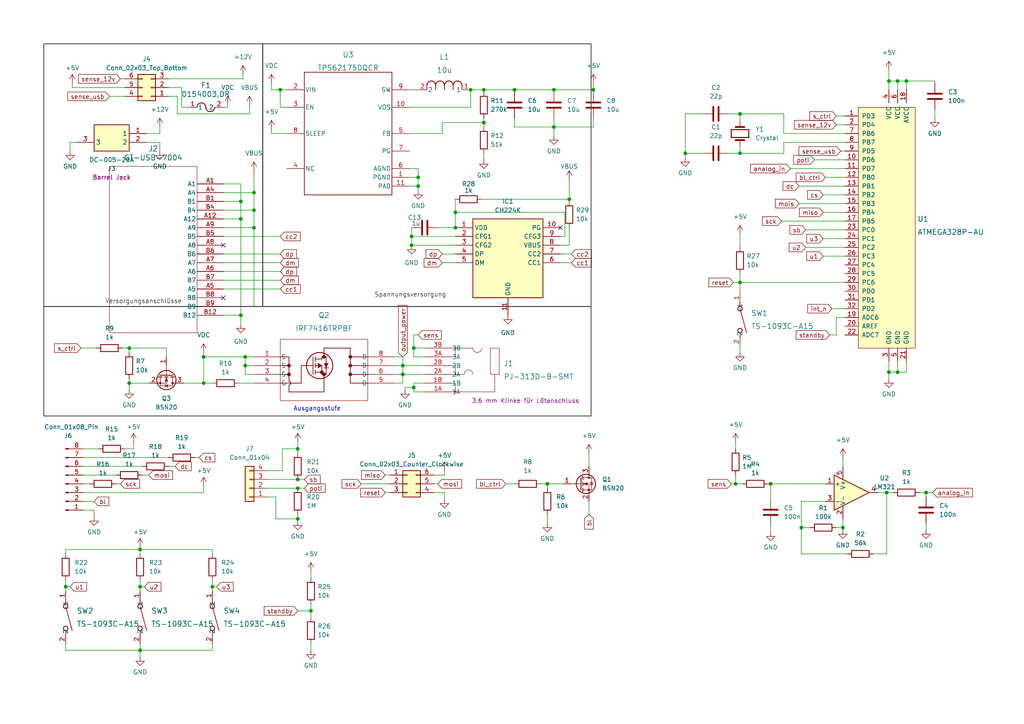
<source format=kicad_sch>
(kicad_sch (version 20230121) (generator eeschema)
  (paper "A4")
  (junction (at 73.66 66.04))
  (junction (at 86.36 150.495))
  (junction (at 86.36 141.605))
  (junction (at 268.605 142.875))
  (junction (at 213.36 140.335))
  (junction (at 132.08 66.04))
  (junction (at 116.84 108.585))
  (junction (at 90.17 177.165))
  (junction (at 160.655 36.83))
  (junction (at 260.35 23.495))
  (junction (at 158.75 140.335))
  (junction (at 71.12 103.505))
  (junction (at 59.055 111.125))
  (junction (at 165.1 57.785))
  (junction (at 61.595 170.18))
  (junction (at 121.285 53.975))
  (junction (at 260.35 107.95))
  (junction (at 119.38 71.12))
  (junction (at 257.81 23.495))
  (junction (at 73.66 55.88))
  (junction (at 71.12 106.045))
  (junction (at 40.64 159.385))
  (junction (at 136.525 26.035))
  (junction (at 119.38 68.58))
  (junction (at 140.335 35.56))
  (junction (at 257.175 142.875))
  (junction (at 19.05 170.18))
  (junction (at 40.64 170.18))
  (junction (at 160.655 26.035))
  (junction (at 262.89 23.495))
  (junction (at 37.465 111.125))
  (junction (at 69.85 58.42))
  (junction (at 59.055 103.505))
  (junction (at 81.28 26.035))
  (junction (at 37.465 100.965))
  (junction (at 40.64 188.595))
  (junction (at 257.81 107.95))
  (junction (at 244.475 153.035))
  (junction (at 140.335 26.035))
  (junction (at 69.85 63.5))
  (junction (at 214.63 81.915))
  (junction (at 120.015 112.395))
  (junction (at 86.36 130.175))
  (junction (at 214.63 44.45))
  (junction (at 198.755 44.45))
  (junction (at 121.285 51.435))
  (junction (at 86.36 139.065))
  (junction (at 172.085 26.035))
  (junction (at 223.52 140.335))
  (junction (at 232.41 153.035))
  (junction (at 69.85 91.44))
  (junction (at 149.225 26.035))
  (junction (at 73.66 60.96))
  (junction (at 120.015 100.965))
  (junction (at 132.08 61.595))
  (junction (at 116.84 106.045))
  (junction (at 214.63 33.02))
  (no_connect (at 64.77 71.12))
  (no_connect (at 64.77 86.36))
  (no_connect (at 162.56 66.04))
  (wire (pts (xy 81.28 26.035) (xy 83.185 26.035)))
  (wire (pts (xy 59.055 103.505) (xy 71.12 103.505)))
  (wire (pts (xy 73.66 60.96) (xy 73.66 66.04)))
  (wire (pts (xy 69.85 58.42) (xy 69.85 53.34)))
  (wire (pts (xy 123.19 111.125) (xy 120.015 111.125)))
  (wire (pts (xy 23.495 100.965) (xy 27.94 100.965)))
  (wire (pts (xy 40.64 186.69) (xy 40.64 188.595)))
  (wire (pts (xy 78.74 26.035) (xy 81.28 26.035)))
  (wire (pts (xy 24.13 137.795) (xy 33.655 137.795)))
  (wire (pts (xy 268.605 142.875) (xy 268.605 144.145)))
  (wire (pts (xy 271.145 23.495) (xy 262.89 23.495)))
  (wire (pts (xy 35.56 100.965) (xy 37.465 100.965)))
  (wire (pts (xy 227.33 33.02) (xy 227.33 38.735)))
  (wire (pts (xy 24.13 140.335) (xy 26.035 140.335)))
  (wire (pts (xy 48.895 22.86) (xy 70.485 22.86)))
  (wire (pts (xy 78.74 38.735) (xy 83.185 38.735)))
  (wire (pts (xy 123.19 103.505) (xy 120.015 103.505)))
  (wire (pts (xy 165.1 52.07) (xy 165.1 57.785)))
  (wire (pts (xy 149.225 26.035) (xy 140.335 26.035)))
  (wire (pts (xy 64.77 63.5) (xy 69.85 63.5)))
  (wire (pts (xy 40.64 168.275) (xy 40.64 170.18)))
  (wire (pts (xy 162.56 68.58) (xy 163.83 68.58)))
  (wire (pts (xy 20.32 43.815) (xy 20.32 41.275)))
  (wire (pts (xy 73.66 106.045) (xy 71.12 106.045)))
  (wire (pts (xy 111.76 137.795) (xy 113.03 137.795)))
  (wire (pts (xy 229.235 48.895) (xy 245.11 48.895)))
  (wire (pts (xy 73.66 66.04) (xy 64.77 66.04)))
  (wire (pts (xy 71.12 103.505) (xy 71.12 106.045)))
  (wire (pts (xy 172.085 26.035) (xy 160.655 26.035)))
  (wire (pts (xy 77.47 141.605) (xy 86.36 141.605)))
  (wire (pts (xy 271.145 24.13) (xy 271.145 23.495)))
  (wire (pts (xy 19.05 170.18) (xy 19.05 171.45)))
  (wire (pts (xy 260.35 23.495) (xy 262.89 23.495)))
  (wire (pts (xy 114.3 108.585) (xy 116.84 108.585)))
  (wire (pts (xy 86.36 139.065) (xy 88.265 139.065)))
  (wire (pts (xy 140.335 26.67) (xy 140.335 26.035)))
  (wire (pts (xy 125.73 142.875) (xy 128.905 142.875)))
  (wire (pts (xy 36.195 130.175) (xy 38.735 130.175)))
  (wire (pts (xy 260.35 104.775) (xy 260.35 107.95)))
  (wire (pts (xy 223.52 140.335) (xy 239.395 140.335)))
  (wire (pts (xy 232.41 153.035) (xy 232.41 160.655)))
  (wire (pts (xy 41.275 137.795) (xy 43.18 137.795)))
  (wire (pts (xy 59.055 103.505) (xy 59.055 111.125)))
  (wire (pts (xy 90.17 177.165) (xy 90.17 179.07)))
  (wire (pts (xy 163.83 61.595) (xy 132.08 61.595)))
  (wire (pts (xy 40.64 170.18) (xy 41.91 170.18)))
  (wire (pts (xy 90.17 175.26) (xy 90.17 177.165)))
  (wire (pts (xy 33.655 140.335) (xy 34.925 140.335)))
  (wire (pts (xy 86.36 128.27) (xy 86.36 130.175)))
  (wire (pts (xy 245.11 92.075) (xy 242.57 92.075)))
  (wire (pts (xy 73.66 55.88) (xy 64.77 55.88)))
  (wire (pts (xy 132.08 71.12) (xy 119.38 71.12)))
  (wire (pts (xy 128.27 38.735) (xy 128.27 35.56)))
  (wire (pts (xy 59.055 102.235) (xy 59.055 103.505)))
  (wire (pts (xy 66.04 31.115) (xy 66.04 30.48)))
  (wire (pts (xy 64.77 60.96) (xy 73.66 60.96)))
  (wire (pts (xy 116.84 108.585) (xy 123.19 108.585)))
  (wire (pts (xy 52.705 31.115) (xy 54.61 31.115)))
  (wire (pts (xy 34.925 22.86) (xy 36.195 22.86)))
  (wire (pts (xy 162.56 76.2) (xy 165.735 76.2)))
  (wire (pts (xy 242.57 153.035) (xy 244.475 153.035)))
  (wire (pts (xy 158.75 140.335) (xy 158.75 141.605)))
  (wire (pts (xy 37.465 111.125) (xy 43.18 111.125)))
  (wire (pts (xy 223.52 152.4) (xy 223.52 154.305)))
  (wire (pts (xy 64.77 31.115) (xy 66.04 31.115)))
  (wire (pts (xy 64.77 73.66) (xy 81.28 73.66)))
  (wire (pts (xy 24.13 147.955) (xy 27.305 147.955)))
  (wire (pts (xy 73.66 66.04) (xy 73.66 88.9)))
  (wire (pts (xy 37.465 100.965) (xy 48.26 100.965)))
  (wire (pts (xy 231.775 53.975) (xy 245.11 53.975)))
  (wire (pts (xy 73.66 88.9) (xy 64.77 88.9)))
  (wire (pts (xy 48.895 25.4) (xy 52.705 25.4)))
  (wire (pts (xy 271.145 31.75) (xy 271.145 34.29)))
  (wire (pts (xy 81.915 136.525) (xy 81.915 130.175)))
  (wire (pts (xy 90.17 165.735) (xy 90.17 167.64)))
  (wire (pts (xy 20.955 25.4) (xy 20.955 24.13)))
  (wire (pts (xy 211.455 33.02) (xy 214.63 33.02)))
  (wire (pts (xy 121.285 51.435) (xy 121.285 53.975)))
  (wire (pts (xy 254.635 142.875) (xy 257.175 142.875)))
  (wire (pts (xy 116.84 103.505) (xy 116.84 106.045)))
  (wire (pts (xy 198.755 33.02) (xy 198.755 44.45)))
  (wire (pts (xy 117.475 113.03) (xy 117.475 112.395)))
  (wire (pts (xy 238.76 61.595) (xy 245.11 61.595)))
  (wire (pts (xy 242.57 92.075) (xy 242.57 97.155)))
  (wire (pts (xy 165.1 71.12) (xy 165.1 66.04)))
  (wire (pts (xy 51.435 33.02) (xy 72.39 33.02)))
  (wire (pts (xy 118.745 26.035) (xy 121.285 26.035)))
  (wire (pts (xy 262.89 104.775) (xy 262.89 107.95)))
  (wire (pts (xy 80.01 144.145) (xy 80.01 150.495)))
  (wire (pts (xy 120.015 100.965) (xy 120.015 97.155)))
  (wire (pts (xy 77.47 144.145) (xy 80.01 144.145)))
  (wire (pts (xy 172.085 26.67) (xy 172.085 26.035)))
  (wire (pts (xy 120.015 113.665) (xy 123.19 113.665)))
  (wire (pts (xy 61.595 186.69) (xy 61.595 188.595)))
  (wire (pts (xy 160.655 36.83) (xy 160.655 39.37)))
  (wire (pts (xy 83.185 31.115) (xy 81.28 31.115)))
  (wire (pts (xy 242.57 33.655) (xy 245.11 33.655)))
  (wire (pts (xy 257.81 107.95) (xy 257.81 109.855)))
  (wire (pts (xy 120.015 100.965) (xy 123.19 100.965)))
  (wire (pts (xy 61.595 188.595) (xy 40.64 188.595)))
  (wire (pts (xy 257.81 104.775) (xy 257.81 107.95)))
  (wire (pts (xy 69.85 91.44) (xy 64.77 91.44)))
  (wire (pts (xy 128.27 73.66) (xy 132.08 73.66)))
  (wire (pts (xy 46.355 38.735) (xy 46.355 36.83)))
  (wire (pts (xy 119.38 66.04) (xy 119.38 68.58)))
  (wire (pts (xy 140.335 35.56) (xy 140.335 36.83)))
  (wire (pts (xy 232.41 145.415) (xy 239.395 145.415)))
  (wire (pts (xy 78.74 24.13) (xy 78.74 26.035)))
  (wire (pts (xy 114.3 103.505) (xy 116.84 103.505)))
  (wire (pts (xy 48.895 135.255) (xy 50.8 135.255)))
  (wire (pts (xy 24.13 130.175) (xy 28.575 130.175)))
  (wire (pts (xy 260.35 23.495) (xy 260.35 26.035)))
  (wire (pts (xy 203.835 33.02) (xy 198.755 33.02)))
  (wire (pts (xy 118.745 48.895) (xy 121.285 48.895)))
  (wire (pts (xy 86.36 130.175) (xy 86.36 131.445)))
  (wire (pts (xy 121.285 48.895) (xy 121.285 51.435)))
  (wire (pts (xy 116.84 111.125) (xy 116.84 108.585)))
  (wire (pts (xy 37.465 111.125) (xy 37.465 113.03)))
  (wire (pts (xy 214.63 44.45) (xy 214.63 42.545)))
  (wire (pts (xy 125.73 140.335) (xy 127 140.335)))
  (wire (pts (xy 125.73 137.795) (xy 128.905 137.795)))
  (wire (pts (xy 268.605 142.875) (xy 270.51 142.875)))
  (wire (pts (xy 149.225 26.67) (xy 149.225 26.035)))
  (wire (pts (xy 117.475 112.395) (xy 120.015 112.395)))
  (wire (pts (xy 149.225 36.83) (xy 160.655 36.83)))
  (wire (pts (xy 227.33 38.735) (xy 245.11 38.735)))
  (wire (pts (xy 140.335 34.29) (xy 140.335 35.56)))
  (wire (pts (xy 20.32 41.275) (xy 22.225 41.275)))
  (wire (pts (xy 19.05 170.18) (xy 20.32 170.18)))
  (wire (pts (xy 73.66 55.88) (xy 73.66 60.96)))
  (wire (pts (xy 244.475 153.035) (xy 244.475 153.67)))
  (wire (pts (xy 116.84 106.045) (xy 116.84 108.585)))
  (wire (pts (xy 61.595 168.275) (xy 61.595 170.18)))
  (wire (pts (xy 140.335 26.035) (xy 136.525 26.035)))
  (wire (pts (xy 86.36 149.225) (xy 86.36 150.495)))
  (wire (pts (xy 116.84 106.045) (xy 123.19 106.045)))
  (wire (pts (xy 46.355 43.815) (xy 46.355 41.275)))
  (wire (pts (xy 232.41 145.415) (xy 232.41 153.035)))
  (wire (pts (xy 222.885 140.335) (xy 223.52 140.335)))
  (wire (pts (xy 162.56 71.12) (xy 165.1 71.12)))
  (wire (pts (xy 238.76 74.295) (xy 245.11 74.295)))
  (wire (pts (xy 146.685 140.335) (xy 149.225 140.335)))
  (wire (pts (xy 81.915 130.175) (xy 86.36 130.175)))
  (wire (pts (xy 42.545 38.735) (xy 46.355 38.735)))
  (wire (pts (xy 232.41 153.035) (xy 234.95 153.035)))
  (wire (pts (xy 40.64 188.595) (xy 40.64 190.5)))
  (wire (pts (xy 19.05 188.595) (xy 40.64 188.595)))
  (wire (pts (xy 118.745 38.735) (xy 128.27 38.735)))
  (wire (pts (xy 24.13 142.875) (xy 59.055 142.875)))
  (wire (pts (xy 172.085 34.29) (xy 172.085 36.83)))
  (wire (pts (xy 241.3 89.535) (xy 245.11 89.535)))
  (wire (pts (xy 114.3 111.125) (xy 116.84 111.125)))
  (wire (pts (xy 160.655 36.83) (xy 172.085 36.83)))
  (wire (pts (xy 31.75 27.94) (xy 36.195 27.94)))
  (wire (pts (xy 212.09 140.335) (xy 213.36 140.335)))
  (wire (pts (xy 127 66.04) (xy 132.08 66.04)))
  (wire (pts (xy 73.66 108.585) (xy 71.12 108.585)))
  (wire (pts (xy 114.3 106.045) (xy 116.84 106.045)))
  (wire (pts (xy 212.725 81.915) (xy 214.63 81.915)))
  (wire (pts (xy 61.595 160.655) (xy 61.595 159.385)))
  (wire (pts (xy 239.395 51.435) (xy 245.11 51.435)))
  (wire (pts (xy 73.66 49.53) (xy 73.66 55.88)))
  (wire (pts (xy 214.63 34.925) (xy 214.63 33.02)))
  (wire (pts (xy 64.77 78.74) (xy 81.28 78.74)))
  (wire (pts (xy 211.455 44.45) (xy 214.63 44.45)))
  (wire (pts (xy 40.64 159.385) (xy 40.64 160.655)))
  (wire (pts (xy 72.39 33.02) (xy 72.39 30.48)))
  (wire (pts (xy 119.38 68.58) (xy 119.38 71.12)))
  (wire (pts (xy 268.605 151.765) (xy 268.605 153.67)))
  (wire (pts (xy 170.815 145.415) (xy 170.815 149.225)))
  (wire (pts (xy 198.755 44.45) (xy 198.755 45.72)))
  (wire (pts (xy 71.12 103.505) (xy 73.66 103.505)))
  (wire (pts (xy 240.665 97.155) (xy 242.57 97.155)))
  (wire (pts (xy 227.33 41.275) (xy 227.33 44.45)))
  (wire (pts (xy 238.76 56.515) (xy 245.11 56.515)))
  (wire (pts (xy 245.11 81.915) (xy 214.63 81.915)))
  (wire (pts (xy 81.28 26.035) (xy 81.28 31.115)))
  (wire (pts (xy 226.695 64.135) (xy 245.11 64.135)))
  (wire (pts (xy 19.05 168.275) (xy 19.05 170.18)))
  (wire (pts (xy 149.225 34.29) (xy 149.225 36.83)))
  (wire (pts (xy 214.63 81.915) (xy 214.63 85.09)))
  (wire (pts (xy 132.08 57.785) (xy 132.08 61.595)))
  (wire (pts (xy 160.655 34.29) (xy 160.655 36.83)))
  (wire (pts (xy 111.76 142.875) (xy 113.03 142.875)))
  (wire (pts (xy 162.56 73.66) (xy 165.735 73.66)))
  (wire (pts (xy 266.7 142.875) (xy 268.605 142.875)))
  (wire (pts (xy 69.85 93.98) (xy 69.85 91.44)))
  (wire (pts (xy 19.05 160.655) (xy 19.05 159.385)))
  (wire (pts (xy 27.305 147.955) (xy 27.305 149.86)))
  (wire (pts (xy 262.89 23.495) (xy 262.89 26.035)))
  (wire (pts (xy 119.38 68.58) (xy 132.08 68.58)))
  (wire (pts (xy 163.83 68.58) (xy 163.83 61.595)))
  (wire (pts (xy 51.435 27.94) (xy 51.435 33.02)))
  (wire (pts (xy 40.64 159.385) (xy 40.64 158.75)))
  (wire (pts (xy 156.845 140.335) (xy 158.75 140.335)))
  (wire (pts (xy 61.595 170.18) (xy 62.865 170.18)))
  (wire (pts (xy 244.475 132.715) (xy 244.475 135.255)))
  (wire (pts (xy 231.775 59.055) (xy 245.11 59.055)))
  (wire (pts (xy 64.77 76.2) (xy 81.28 76.2)))
  (wire (pts (xy 213.36 128.27) (xy 213.36 130.175)))
  (wire (pts (xy 20.955 25.4) (xy 36.195 25.4)))
  (wire (pts (xy 128.905 142.875) (xy 128.905 144.78)))
  (wire (pts (xy 48.895 27.94) (xy 51.435 27.94)))
  (wire (pts (xy 214.63 100.33) (xy 214.63 102.235)))
  (wire (pts (xy 140.335 44.45) (xy 140.335 46.355)))
  (wire (pts (xy 38.735 130.175) (xy 38.735 128.27)))
  (wire (pts (xy 69.85 63.5) (xy 69.85 58.42)))
  (wire (pts (xy 214.63 33.02) (xy 227.33 33.02)))
  (wire (pts (xy 24.13 132.715) (xy 48.895 132.715)))
  (wire (pts (xy 71.12 108.585) (xy 71.12 106.045)))
  (wire (pts (xy 213.36 140.335) (xy 215.265 140.335)))
  (wire (pts (xy 64.77 68.58) (xy 81.28 68.58)))
  (wire (pts (xy 242.57 36.195) (xy 245.11 36.195)))
  (wire (pts (xy 104.775 140.335) (xy 113.03 140.335)))
  (wire (pts (xy 165.1 57.785) (xy 165.1 58.42)))
  (wire (pts (xy 257.81 23.495) (xy 260.35 23.495)))
  (wire (pts (xy 257.175 142.875) (xy 259.08 142.875)))
  (wire (pts (xy 128.905 137.795) (xy 128.905 136.525)))
  (wire (pts (xy 214.63 67.945) (xy 214.63 71.755)))
  (wire (pts (xy 118.745 51.435) (xy 121.285 51.435)))
  (wire (pts (xy 139.7 57.785) (xy 165.1 57.785)))
  (wire (pts (xy 61.595 170.18) (xy 61.595 171.45)))
  (wire (pts (xy 52.705 25.4) (xy 52.705 31.115)))
  (wire (pts (xy 120.015 112.395) (xy 120.015 113.665)))
  (wire (pts (xy 120.015 103.505) (xy 120.015 100.965)))
  (wire (pts (xy 48.26 100.965) (xy 48.26 103.505)))
  (wire (pts (xy 69.215 111.125) (xy 73.66 111.125)))
  (wire (pts (xy 170.815 131.445) (xy 170.815 135.255)))
  (wire (pts (xy 136.525 26.035) (xy 136.525 31.115)))
  (wire (pts (xy 86.36 141.605) (xy 88.265 141.605)))
  (wire (pts (xy 243.84 43.815) (xy 245.11 43.815)))
  (wire (pts (xy 238.76 69.215) (xy 245.11 69.215)))
  (wire (pts (xy 53.34 111.125) (xy 59.055 111.125)))
  (wire (pts (xy 158.75 140.335) (xy 163.195 140.335)))
  (wire (pts (xy 40.64 159.385) (xy 61.595 159.385)))
  (wire (pts (xy 69.85 53.34) (xy 64.77 53.34)))
  (wire (pts (xy 128.27 76.2) (xy 132.08 76.2)))
  (wire (pts (xy 172.085 24.13) (xy 172.085 26.035)))
  (wire (pts (xy 77.47 136.525) (xy 81.915 136.525)))
  (wire (pts (xy 86.36 150.495) (xy 86.36 151.13)))
  (wire (pts (xy 80.01 150.495) (xy 86.36 150.495)))
  (wire (pts (xy 244.475 150.495) (xy 244.475 153.035)))
  (wire (pts (xy 227.33 44.45) (xy 214.63 44.45)))
  (wire (pts (xy 236.22 46.355) (xy 245.11 46.355)))
  (wire (pts (xy 118.745 31.115) (xy 136.525 31.115)))
  (wire (pts (xy 56.515 132.715) (xy 57.785 132.715)))
  (wire (pts (xy 120.015 97.155) (xy 121.285 97.155)))
  (wire (pts (xy 24.13 135.255) (xy 41.275 135.255)))
  (wire (pts (xy 214.63 81.915) (xy 214.63 79.375)))
  (wire (pts (xy 198.755 44.45) (xy 203.835 44.45)))
  (wire (pts (xy 40.64 170.18) (xy 40.64 171.45)))
  (wire (pts (xy 257.175 160.655) (xy 257.175 142.875)))
  (wire (pts (xy 59.055 142.875) (xy 59.055 140.97)))
  (wire (pts (xy 253.365 160.655) (xy 257.175 160.655)))
  (wire (pts (xy 24.13 145.415) (xy 27.305 145.415)))
  (wire (pts (xy 223.52 140.335) (xy 223.52 144.78)))
  (wire (pts (xy 90.17 186.69) (xy 90.17 188.595)))
  (wire (pts (xy 158.75 149.225) (xy 158.75 151.765)))
  (wire (pts (xy 128.27 35.56) (xy 140.335 35.56)))
  (wire (pts (xy 233.68 66.675) (xy 245.11 66.675)))
  (wire (pts (xy 260.35 107.95) (xy 257.81 107.95)))
  (wire (pts (xy 46.355 41.275) (xy 42.545 41.275)))
  (wire (pts (xy 232.41 160.655) (xy 245.745 160.655)))
  (wire (pts (xy 262.89 107.95) (xy 260.35 107.95)))
  (wire (pts (xy 233.68 71.755) (xy 245.11 71.755)))
  (wire (pts (xy 64.77 81.28) (xy 81.28 81.28)))
  (wire (pts (xy 59.055 111.125) (xy 61.595 111.125)))
  (wire (pts (xy 37.465 109.855) (xy 37.465 111.125)))
  (wire (pts (xy 64.77 83.82) (xy 81.28 83.82)))
  (wire (pts (xy 69.85 91.44) (xy 69.85 63.5)))
  (wire (pts (xy 257.81 20.32) (xy 257.81 23.495)))
  (wire (pts (xy 213.36 137.795) (xy 213.36 140.335)))
  (wire (pts (xy 160.655 26.035) (xy 149.225 26.035)))
  (wire (pts (xy 132.08 61.595) (xy 132.08 66.04)))
  (wire (pts (xy 86.36 177.165) (xy 90.17 177.165)))
  (wire (pts (xy 70.485 21.59) (xy 70.485 22.86)))
  (wire (pts (xy 120.015 111.125) (xy 120.015 112.395)))
  (wire (pts (xy 118.745 53.975) (xy 121.285 53.975)))
  (wire (pts (xy 245.11 41.275) (xy 227.33 41.275)))
  (wire (pts (xy 78.74 37.465) (xy 78.74 38.735)))
  (wire (pts (xy 19.05 186.69) (xy 19.05 188.595)))
  (wire (pts (xy 19.05 159.385) (xy 40.64 159.385)))
  (wire (pts (xy 160.655 26.67) (xy 160.655 26.035)))
  (wire (pts (xy 257.81 23.495) (xy 257.81 26.035)))
  (wire (pts (xy 64.77 58.42) (xy 69.85 58.42)))
  (wire (pts (xy 77.47 139.065) (xy 86.36 139.065)))
  (wire (pts (xy 121.285 53.975) (xy 121.285 55.245)))
  (wire (pts (xy 37.465 100.965) (xy 37.465 102.235)))
  (rectangle (start 12.7 12.7) (end 76.2 88.9) (stroke (width 0.25) (color 72 72 72 1)))
  (rectangle (start 76.2 12.7) (end 171.45 88.9) (stroke (width 0.25) (color 72 72 72 1)))
  (rectangle (start 12.7 88.9) (end 171.45 120.65) (stroke (width 0.25) (color 72 72 72 1)))
  (text "Ausgangsstufe" (at 85.09 119.38 0) (effects (font (size 1.27 1.27)) (justify left bottom)))
  (text "Spannungsversorgung" (at 108.585 86.36 0) (effects (font (size 1.27 1.27)) (justify left bottom)))
  (text "Versorgungsanschlüsse" (at 30.48 88.265 0) (effects (font (size 1.27 1.27)) (justify left bottom)))
  (global_label "dp" (shape input) (at 81.28 78.74 0) (property "Intersheetrefs" "${INTERSHEET_REFS}" (effects hide)))
  (global_label "u3" (shape input) (at 62.865 170.18 0) (property "Intersheetrefs" "${INTERSHEET_REFS}" (effects hide)))
  (global_label "sck" (shape input) (at 34.925 140.335 0) (property "Intersheetrefs" "${INTERSHEET_REFS}" (effects hide)))
  (global_label "poti" (shape input) (at 236.22 46.355 180) (property "Intersheetrefs" "${INTERSHEET_REFS}" (effects hide)))
  (global_label "cc1" (shape input) (at 165.735 76.2 0) (property "Intersheetrefs" "${INTERSHEET_REFS}" (effects hide)))
  (global_label "bl_ctrl" (shape input) (at 239.395 51.435 180) (property "Intersheetrefs" "${INTERSHEET_REFS}" (effects hide)))
  (global_label "sens" (shape input) (at 121.285 97.155 0) (property "Intersheetrefs" "${INTERSHEET_REFS}" (effects hide)))
  (global_label "s_ctrl" (shape input) (at 23.495 100.965 180) (property "Intersheetrefs" "${INTERSHEET_REFS}" (effects hide)))
  (global_label "analog_in" (shape input) (at 229.235 48.895 180) (property "Intersheetrefs" "${INTERSHEET_REFS}" (effects hide)))
  (global_label "cs" (shape input) (at 57.785 132.715 0) (property "Intersheetrefs" "${INTERSHEET_REFS}" (effects hide)))
  (global_label "cc2" (shape input) (at 165.735 73.66 0) (property "Intersheetrefs" "${INTERSHEET_REFS}" (effects hide)))
  (global_label "u1" (shape input) (at 20.32 170.18 0) (property "Intersheetrefs" "${INTERSHEET_REFS}" (effects hide)))
  (global_label "reset" (shape input) (at 111.76 142.875 180) (property "Intersheetrefs" "${INTERSHEET_REFS}" (effects hide)))
  (global_label "dp" (shape input) (at 81.28 73.66 0) (property "Intersheetrefs" "${INTERSHEET_REFS}" (effects hide)))
  (global_label "int_n" (shape input) (at 241.3 89.535 180) (property "Intersheetrefs" "${INTERSHEET_REFS}" (effects hide)))
  (global_label "bl" (shape input) (at 27.305 145.415 0) (property "Intersheetrefs" "${INTERSHEET_REFS}" (effects hide)))
  (global_label "mosi" (shape input) (at 43.18 137.795 0) (property "Intersheetrefs" "${INTERSHEET_REFS}" (effects hide)))
  (global_label "miso" (shape input) (at 111.76 137.795 180) (property "Intersheetrefs" "${INTERSHEET_REFS}" (effects hide)))
  (global_label "u1" (shape input) (at 238.76 74.295 180) (property "Intersheetrefs" "${INTERSHEET_REFS}" (effects hide)))
  (global_label "poti" (shape input) (at 88.265 141.605 0) (property "Intersheetrefs" "${INTERSHEET_REFS}" (effects hide)))
  (global_label "dc" (shape input) (at 50.8 135.255 0) (property "Intersheetrefs" "${INTERSHEET_REFS}" (effects hide)))
  (global_label "u2" (shape input) (at 41.91 170.18 0) (property "Intersheetrefs" "${INTERSHEET_REFS}" (effects hide)))
  (global_label "cc2" (shape input) (at 81.28 68.58 0) (property "Intersheetrefs" "${INTERSHEET_REFS}" (effects hide)))
  (global_label "cs" (shape input) (at 238.76 56.515 180) (property "Intersheetrefs" "${INTERSHEET_REFS}" (effects hide)))
  (global_label "sense_12v" (shape input) (at 242.57 36.195 180) (property "Intersheetrefs" "${INTERSHEET_REFS}" (effects hide)))
  (global_label "s_ctrl" (shape input) (at 242.57 33.655 180) (property "Intersheetrefs" "${INTERSHEET_REFS}" (effects hide)))
  (global_label "sb" (shape input) (at 88.265 139.065 0) (property "Intersheetrefs" "${INTERSHEET_REFS}" (effects hide)))
  (global_label "dp" (shape input) (at 128.27 73.66 180) (property "Intersheetrefs" "${INTERSHEET_REFS}" (effects hide)))
  (global_label "dm" (shape input) (at 81.28 76.2 0) (property "Intersheetrefs" "${INTERSHEET_REFS}" (effects hide)))
  (global_label "sense_12v" (shape input) (at 34.925 22.86 180) (property "Intersheetrefs" "${INTERSHEET_REFS}" (effects hide)))
  (global_label "mois" (shape input) (at 231.775 59.055 180) (property "Intersheetrefs" "${INTERSHEET_REFS}" (effects hide)))
  (global_label "analog_in" (shape input) (at 270.51 142.875 0) (property "Intersheetrefs" "${INTERSHEET_REFS}" (effects hide)))
  (global_label "dc" (shape input) (at 231.775 53.975 180) (property "Intersheetrefs" "${INTERSHEET_REFS}" (effects hide)))
  (global_label "mosi" (shape input) (at 127 140.335 0) (property "Intersheetrefs" "${INTERSHEET_REFS}" (effects hide)))
  (global_label "sck" (shape input) (at 104.775 140.335 180) (property "Intersheetrefs" "${INTERSHEET_REFS}" (effects hide)))
  (global_label "standby" (shape input) (at 86.36 177.165 180) (property "Intersheetrefs" "${INTERSHEET_REFS}" (effects hide)))
  (global_label "cc1" (shape input) (at 81.28 83.82 0) (property "Intersheetrefs" "${INTERSHEET_REFS}" (effects hide)))
  (global_label "u2" (shape input) (at 233.68 71.755 180) (property "Intersheetrefs" "${INTERSHEET_REFS}" (effects hide)))
  (global_label "sense_usb" (shape input) (at 31.75 27.94 180) (property "Intersheetrefs" "${INTERSHEET_REFS}" (effects hide)))
  (global_label "dm" (shape input) (at 81.28 81.28 0) (property "Intersheetrefs" "${INTERSHEET_REFS}" (effects hide)))
  (global_label "bl" (shape input) (at 170.815 149.225 270) (property "Intersheetrefs" "${INTERSHEET_REFS}" (effects hide)))
  (global_label "miso" (shape input) (at 238.76 61.595 180) (property "Intersheetrefs" "${INTERSHEET_REFS}" (effects hide)))
  (global_label "reset" (shape input) (at 212.725 81.915 180) (property "Intersheetrefs" "${INTERSHEET_REFS}" (effects hide)))
  (global_label "dm" (shape input) (at 128.27 76.2 180) (property "Intersheetrefs" "${INTERSHEET_REFS}" (effects hide)))
  (global_label "sb" (shape input) (at 233.68 66.675 180) (property "Intersheetrefs" "${INTERSHEET_REFS}" (effects hide)))
  (global_label "u3" (shape input) (at 238.76 69.215 180) (property "Intersheetrefs" "${INTERSHEET_REFS}" (effects hide)))
  (global_label "sck" (shape input) (at 226.695 64.135 180) (property "Intersheetrefs" "${INTERSHEET_REFS}" (effects hide)))
  (global_label "standby" (shape input) (at 240.665 97.155 180) (property "Intersheetrefs" "${INTERSHEET_REFS}" (effects hide)))
  (global_label "bl_ctrl" (shape input) (at 146.685 140.335 180) (property "Intersheetrefs" "${INTERSHEET_REFS}" (effects hide)))
  (global_label "output_power" (shape input) (at 116.84 103.505 90) (property "Intersheetrefs" "${INTERSHEET_REFS}" (effects hide)))
  (global_label "sense_usb" (shape input) (at 243.84 43.815 180) (property "Intersheetrefs" "${INTERSHEET_REFS}" (effects hide)))
  (global_label "sens" (shape input) (at 212.09 140.335 180) (property "Intersheetrefs" "${INTERSHEET_REFS}" (effects hide)))
  (symbol (lib_id "power:GND") (at 40.64 190.5 0) (unit 1)
    (property "Reference" "#PWR051" (effects hide))
    (property "Value" "GND" (at 40.64 194.945 0))
  )
  (symbol (lib_id "NLCV32T-100K-EF:NLCV32T-100K-EF") (at 121.285 26.035 0) (unit 1)
    (property "Reference" "L1" (at 128.905 16.51 0) (effects (font (size 1.524 1.524))))
    (property "Value" "10u" (at 128.905 20.32 0) (effects (font (size 1.524 1.524))))
    (property "Footprint" "IND_NLCV32T_TDK" (effects hide))
    (property "Datasheet" "NLCV32T-100K-EF" (effects hide))
  )
  (symbol (lib_id "Connector_Generic:Conn_01x04") (at 72.39 141.605 180) (unit 1)
    (property "Reference" "J7" (at 72.39 130.175 0))
    (property "Value" "Conn_01x04" (at 72.39 132.715 0))
    (property "Footprint" "Connector:FanPinHeader_1x04_P2.54mm_Vertical" (effects hide))
  )
  (symbol (lib_id "power:GND") (at 37.465 113.03 0) (unit 1)
    (property "Reference" "#PWR08" (effects hide))
    (property "Value" "GND" (at 37.465 117.475 0))
  )
  (symbol (lib_id "power:+5V") (at 78.74 37.465 0) (unit 1)
    (property "Reference" "#PWR031" (effects hide))
    (property "Value" "+5V" (at 78.74 32.385 0))
  )
  (symbol (lib_id "Device:R") (at 158.75 145.415 180) (unit 1)
    (property "Reference" "R6" (at 161.29 144.145 0) (effects (justify right)))
    (property "Value" "10k" (at 161.29 146.685 0) (effects (justify right)))
    (property "Footprint" "Resistor_SMD:R_1206_3216Metric_Pad1.30x1.75mm_HandSolder" (effects hide))
  )
  (symbol (lib_id "Device:R") (at 31.75 100.965 270) (unit 1)
    (property "Reference" "R9" (at 31.75 95.25 90))
    (property "Value" "1k" (at 31.75 97.79 90))
    (property "Footprint" "Resistor_SMD:R_1206_3216Metric_Pad1.30x1.75mm_HandSolder" (effects hide))
  )
  (symbol (lib_id "Device:R") (at 32.385 130.175 270) (unit 1)
    (property "Reference" "R15" (at 32.385 124.46 90))
    (property "Value" "1k" (at 32.385 127 90))
    (property "Footprint" "Resistor_SMD:R_1206_3216Metric_Pad1.30x1.75mm_HandSolder" (effects hide))
  )
  (symbol (lib_id "Device:R") (at 19.05 164.465 0) (unit 1)
    (property "Reference" "R22" (at 21.59 163.195 0) (effects (justify left)))
    (property "Value" "10k" (at 21.59 165.735 0) (effects (justify left)))
    (property "Footprint" "Resistor_SMD:R_1206_3216Metric_Pad1.30x1.75mm_HandSolder" (effects hide))
  )
  (symbol (lib_id "power:+5V") (at 38.735 128.27 0) (unit 1)
    (property "Reference" "#PWR046" (effects hide))
    (property "Value" "+5V" (at 38.735 123.825 0))
  )
  (symbol (lib_id "power:GND") (at 160.655 39.37 0) (unit 1)
    (property "Reference" "#PWR028" (effects hide))
    (property "Value" "GND" (at 160.655 43.815 0))
  )
  (symbol (lib_id "Device:R") (at 165.1 62.23 0) (unit 1)
    (property "Reference" "R29" (at 167.005 60.96 0) (effects (justify left)))
    (property "Value" "10k" (at 167.005 63.5 0) (effects (justify left)))
    (property "Footprint" "Resistor_SMD:R_1206_3216Metric_Pad1.30x1.75mm_HandSolder" (effects hide))
  )
  (symbol (lib_id "Connector_Generic:Conn_02x03_Counter_Clockwise") (at 118.11 140.335 0) (unit 1)
    (property "Reference" "J5" (at 119.38 132.08 0))
    (property "Value" "Conn_02x03_Counter_Clockwise" (at 119.38 134.62 0))
    (property "Footprint" "Connector_IDC:IDC-Header_2x03_P2.54mm_Vertical" (effects hide))
  )
  (symbol (lib_id "Device:R") (at 153.035 140.335 90) (unit 1)
    (property "Reference" "R8" (at 153.035 133.985 90))
    (property "Value" "1k" (at 153.035 136.525 90))
    (property "Footprint" "Resistor_SMD:R_1206_3216Metric_Pad1.30x1.75mm_HandSolder" (effects hide))
  )
  (symbol (lib_id "Device:C") (at 271.145 27.94 180) (unit 1)
    (property "Reference" "C3" (at 274.955 26.67 0) (effects (justify right)))
    (property "Value" "100n" (at 274.955 29.21 0) (effects (justify right)))
    (property "Footprint" "Resistor_SMD:R_1206_3216Metric_Pad1.30x1.75mm_HandSolder" (effects hide))
  )
  (symbol (lib_id "power:GND") (at 90.17 188.595 0) (unit 1)
    (property "Reference" "#PWR053" (effects hide))
    (property "Value" "GND" (at 90.17 193.04 0))
  )
  (symbol (lib_id "power:GND") (at 20.32 43.815 0) (unit 1)
    (property "Reference" "#PWR022" (effects hide))
    (property "Value" "GND" (at 20.32 48.26 0))
  )
  (symbol (lib_id "ul_TS-1093C-A15:TS-1093C-A15") (at 40.64 171.45 270) (unit 1)
    (property "Reference" "SW3" (at 43.815 177.165 90) (effects (font (size 1.524 1.524)) (justify left)))
    (property "Value" "TS-1093C-A15" (at 43.815 180.975 90) (effects (font (size 1.524 1.524)) (justify left)))
    (property "Footprint" "SW_TS-1093C-A15_YDI" (effects hide))
    (property "Datasheet" "TS-1093C-A15" (effects hide))
  )
  (symbol (lib_id "power:GND") (at 147.32 91.44 0) (unit 1)
    (property "Reference" "#PWR039" (effects hide))
    (property "Value" "GND" (at 147.32 96.52 0))
  )
  (symbol (lib_id "power:GND") (at 140.335 46.355 0) (unit 1)
    (property "Reference" "#PWR026" (effects hide))
    (property "Value" "GND" (at 140.335 50.8 0))
  )
  (symbol (lib_id "power:+5V") (at 90.17 165.735 0) (unit 1)
    (property "Reference" "#PWR054" (effects hide))
    (property "Value" "+5V" (at 90.17 160.655 0))
  )
  (symbol (lib_id "Device:R") (at 86.36 135.255 0) (unit 1)
    (property "Reference" "R21" (at 88.9 133.985 0) (effects (justify left)))
    (property "Value" "10k" (at 88.9 136.525 0) (effects (justify left)))
    (property "Footprint" "Resistor_SMD:R_1206_3216Metric_Pad1.30x1.75mm_HandSolder" (effects hide))
  )
  (symbol (lib_id "Device:R") (at 65.405 111.125 270) (unit 1)
    (property "Reference" "R10" (at 65.405 105.41 90))
    (property "Value" "1k" (at 65.405 107.95 90))
    (property "Footprint" "Resistor_SMD:R_1206_3216Metric_Pad1.30x1.75mm_HandSolder" (effects hide))
  )
  (symbol (lib_id "Device:C") (at 268.605 147.955 180) (unit 1)
    (property "Reference" "C4" (at 272.415 146.685 0) (effects (justify right)))
    (property "Value" "100n" (at 272.415 149.225 0) (effects (justify right)))
    (property "Footprint" "Resistor_SMD:R_1206_3216Metric_Pad1.30x1.75mm_HandSolder" (effects hide))
  )
  (symbol (lib_id "Device:R") (at 140.335 40.64 0) (unit 1)
    (property "Reference" "R12" (at 142.24 39.37 0) (effects (justify left)))
    (property "Value" "51k" (at 142.24 41.91 0) (effects (justify left)))
    (property "Footprint" "Resistor_SMD:R_1206_3216Metric_Pad1.30x1.75mm_HandSolder" (effects hide))
  )
  (symbol (lib_id "Device:C") (at 223.52 148.59 180) (unit 1)
    (property "Reference" "C5" (at 227.33 147.32 0) (effects (justify right)))
    (property "Value" "100n" (at 227.33 149.86 0) (effects (justify right)))
    (property "Footprint" "Resistor_SMD:R_1206_3216Metric_Pad1.30x1.75mm_HandSolder" (effects hide))
  )
  (symbol (lib_id "Transistor_FET:BSN20") (at 168.275 140.335 0) (unit 1)
    (property "Reference" "Q1" (at 174.625 139.065 0) (effects (justify left)))
    (property "Value" "BSN20" (at 174.625 141.605 0) (effects (justify left)))
    (property "Footprint" "Package_TO_SOT_SMD:SOT-23" (effects hide))
    (property "Datasheet" "http://www.diodes.com/assets/Datasheets/ds31898.pdf" (effects hide))
  )
  (symbol (lib_id "ul_TS-1093C-A15:TS-1093C-A15") (at 214.63 85.09 270) (unit 1)
    (property "Reference" "SW1" (at 217.805 90.805 90) (effects (font (size 1.524 1.524)) (justify left)))
    (property "Value" "TS-1093C-A15" (at 217.805 94.615 90) (effects (font (size 1.524 1.524)) (justify left)))
    (property "Footprint" "SW_TS-1093C-A15_YDI" (effects hide))
    (property "Datasheet" "TS-1093C-A15" (effects hide))
  )
  (symbol (lib_id "power:GND") (at 46.355 43.815 0) (unit 1)
    (property "Reference" "#PWR021" (effects hide))
    (property "Value" "GND" (at 46.355 48.26 0))
  )
  (symbol (lib_id "power:GND") (at 119.38 71.12 0) (unit 1)
    (property "Reference" "#PWR033" (effects hide))
    (property "Value" "GND" (at 119.38 76.2 0))
  )
  (symbol (lib_id "power:GND") (at 257.81 109.855 0) (unit 1)
    (property "Reference" "#PWR02" (effects hide))
    (property "Value" "GND" (at 257.81 114.3 0))
  )
  (symbol (lib_id "Device:R") (at 135.89 57.785 90) (unit 1)
    (property "Reference" "R28" (at 135.89 53.34 90))
    (property "Value" "1k" (at 135.89 55.245 90))
    (property "Footprint" "Resistor_SMD:R_1206_3216Metric_Pad1.30x1.75mm_HandSolder" (effects hide))
  )
  (symbol (lib_id "power:GND") (at 214.63 102.235 0) (unit 1)
    (property "Reference" "#PWR04" (effects hide))
    (property "Value" "GND" (at 214.63 106.68 0))
  )
  (symbol (lib_id "power:VBUS") (at 165.1 52.07 0) (unit 1)
    (property "Reference" "#PWR036" (effects hide))
    (property "Value" "VBUS" (at 165.1 48.26 0))
  )
  (symbol (lib_id "power:+5V") (at 40.64 158.75 0) (unit 1)
    (property "Reference" "#PWR052" (effects hide))
    (property "Value" "+5V" (at 40.64 154.305 0))
  )
  (symbol (lib_id "power:GND") (at 121.285 55.245 0) (unit 1)
    (property "Reference" "#PWR030" (effects hide))
    (property "Value" "GND" (at 121.285 59.69 0))
  )
  (symbol (lib_id "power:+12V") (at 46.355 36.83 0) (unit 1)
    (property "Reference" "#PWR020" (effects hide))
    (property "Value" "+12V" (at 46.355 31.75 0))
  )
  (symbol (lib_id "power:GND") (at 69.85 93.98 0) (unit 1)
    (property "Reference" "#PWR017" (effects hide))
    (property "Value" "GND" (at 69.85 99.06 0))
  )
  (symbol (lib_id "Device:R") (at 45.085 135.255 270) (unit 1)
    (property "Reference" "R18" (at 45.085 129.54 90))
    (property "Value" "1k" (at 45.085 132.08 90))
    (property "Footprint" "Resistor_SMD:R_1206_3216Metric_Pad1.30x1.75mm_HandSolder" (effects hide))
  )
  (symbol (lib_id "Device:R") (at 90.17 182.88 0) (unit 1)
    (property "Reference" "R26" (at 92.075 181.61 0) (effects (justify left)))
    (property "Value" "10k" (at 92.075 184.15 0) (effects (justify left)))
    (property "Footprint" "Resistor_SMD:R_1206_3216Metric_Pad1.30x1.75mm_HandSolder" (effects hide))
  )
  (symbol (lib_id "PJ-313D-B-SMT:PJ-313D-B-SMT") (at 123.19 113.665 180) (unit 1)
    (property "Reference" "J1" (at 146.05 105.41 0) (effects (font (size 1.524 1.524)) (justify right)))
    (property "Value" "PJ-313D-B-SMT" (at 146.05 109.22 0) (effects (font (size 1.524 1.524)) (justify right)))
    (property "Footprint" "PJ-313D-B-SMT_XKB" (effects hide))
    (property "Datasheet" "PJ-313D-B-SMT" (effects hide))
    (property "Note" "3,6 mm Klinke für Lötanschluss" (at 152.4 116.205 0))
  )
  (symbol (lib_id "power:+5V") (at 172.085 24.13 0) (unit 1)
    (property "Reference" "#PWR029" (effects hide))
    (property "Value" "+5V" (at 172.085 19.05 0))
  )
  (symbol (lib_id "Device:R") (at 140.335 30.48 0) (unit 1)
    (property "Reference" "R11" (at 142.24 29.21 0) (effects (justify left)))
    (property "Value" "270k" (at 142.24 31.75 0) (effects (justify left)))
    (property "Footprint" "Resistor_SMD:R_1206_3216Metric_Pad1.30x1.75mm_HandSolder" (effects hide))
  )
  (symbol (lib_id "power:+5V") (at 86.36 128.27 0) (unit 1)
    (property "Reference" "#PWR048" (effects hide))
    (property "Value" "+5V" (at 86.36 123.825 0))
  )
  (symbol (lib_id "Connector_Generic:Conn_02x03_Top_Bottom") (at 43.815 25.4 180) (unit 1)
    (property "Reference" "J4" (at 42.545 17.145 0))
    (property "Value" "Conn_02x03_Top_Bottom" (at 42.545 19.685 0))
    (property "Footprint" "Connector_IDC:IDC-Header_2x03_P2.54mm_Vertical" (effects hide))
  )
  (symbol (lib_id "power:GND") (at 86.36 151.13 0) (unit 1)
    (property "Reference" "#PWR047" (effects hide))
    (property "Value" "GND" (at 86.36 155.575 0))
  )
  (symbol (lib_id "Device:R") (at 86.36 145.415 0) (unit 1)
    (property "Reference" "R20" (at 88.9 144.145 0) (effects (justify left)))
    (property "Value" "1M" (at 88.9 146.685 0) (effects (justify left)))
    (property "Footprint" "Resistor_SMD:R_1206_3216Metric_Pad1.30x1.75mm_HandSolder" (effects hide))
  )
  (symbol (lib_id "ul_TS-1093C-A15:TS-1093C-A15") (at 61.595 171.45 270) (unit 1)
    (property "Reference" "SW4" (at 64.77 177.165 90) (effects (font (size 1.524 1.524)) (justify left)))
    (property "Value" "TS-1093C-A15" (at 64.77 180.975 90) (effects (font (size 1.524 1.524)) (justify left)))
    (property "Footprint" "SW_TS-1093C-A15_YDI" (effects hide))
    (property "Datasheet" "TS-1093C-A15" (effects hide))
  )
  (symbol (lib_id "power:GND") (at 128.905 144.78 0) (unit 1)
    (property "Reference" "#PWR050" (effects hide))
    (property "Value" "GND" (at 128.905 149.225 0))
  )
  (symbol (lib_id "Device:C") (at 207.645 33.02 90) (unit 1)
    (property "Reference" "C2" (at 207.645 25.4 90))
    (property "Value" "22p" (at 207.645 27.94 90))
    (property "Footprint" "Resistor_SMD:R_1206_3216Metric_Pad1.30x1.75mm_HandSolder" (effects hide))
  )
  (symbol (lib_id "DC-005-20A:DC-005-20A") (at 22.225 41.275 0) (mirror x) (unit 1)
    (property "Reference" "J3" (at 32.385 48.895 0))
    (property "Value" "DC-005-20A" (at 32.385 46.355 0))
    (property "Footprint" "DC00520A" (effects hide))
    (property "Datasheet" "https://datasheet.lcsc.com/szlcsc/Korean-Hroparts-Elec-DC-005-20A_C130239.pdf" (effects hide))
    (property "Height" "11" (effects hide))
    (property "Manufacturer_Name" "Korean Hroparts Elec" (effects hide))
    (property "Manufacturer_Part_Number" "DC-005-20A" (effects hide))
    (property "Note" "Barrel Jack" (at 32.385 51.435 0))
  )
  (symbol (lib_id "power:GND") (at 271.145 34.29 0) (unit 1)
    (property "Reference" "#PWR011" (effects hide))
    (property "Value" "GND" (at 271.145 38.735 0))
  )
  (symbol (lib_id "power:GND") (at 158.75 151.765 0) (unit 1)
    (property "Reference" "#PWR06" (effects hide))
    (property "Value" "GND" (at 158.75 156.21 0))
  )
  (symbol (lib_id "Device:C") (at 149.225 30.48 180) (unit 1)
    (property "Reference" "C6" (at 153.035 29.21 0) (effects (justify right)))
    (property "Value" "10u" (at 153.035 31.75 0) (effects (justify right)))
    (property "Footprint" "Resistor_SMD:R_1206_3216Metric_Pad1.30x1.75mm_HandSolder" (effects hide))
  )
  (symbol (lib_id "SamacSys_Parts:CH224K") (at 132.08 66.04 0) (unit 1)
    (property "Reference" "IC1" (at 147.32 58.42 0))
    (property "Value" "CH224K" (at 147.32 60.96 0))
    (property "Footprint" "SOP100P600X180-11N" (effects hide))
    (property "Datasheet" "https://datasheet.lcsc.com/lcsc/2204251615_WCH-Jiangsu-Qin-Heng-CH224K_C970725.pdf" (effects hide))
    (property "Height" "1.8" (effects hide))
    (property "Manufacturer_Name" "WCH" (effects hide))
    (property "Manufacturer_Part_Number" "CH224K" (effects hide))
  )
  (symbol (lib_id "power:GND") (at 268.605 153.67 0) (unit 1)
    (property "Reference" "#PWR014" (effects hide))
    (property "Value" "GND" (at 268.605 158.115 0))
  )
  (symbol (lib_id "ul_IRF7416TRPBF:IRF7416TRPBF") (at 73.66 103.505 0) (unit 1)
    (property "Reference" "Q2" (at 93.98 91.44 0) (effects (font (size 1.524 1.524))))
    (property "Value" "IRF7416TRPBF" (at 93.98 95.25 0) (effects (font (size 1.524 1.524))))
    (property "Footprint" "SO-8_IRF741_INF" (effects hide))
    (property "Datasheet" "IRF7416TRPBF" (effects hide))
  )
  (symbol (lib_id "power:+5V") (at 213.36 128.27 0) (unit 1)
    (property "Reference" "#PWR016" (effects hide))
    (property "Value" "+5V" (at 213.36 123.19 0))
  )
  (symbol (lib_id "power:GND") (at 244.475 153.67 0) (unit 1)
    (property "Reference" "#PWR012" (effects hide))
    (property "Value" "GND" (at 244.475 158.115 0))
  )
  (symbol (lib_id "power:+5V") (at 59.055 140.97 0) (unit 1)
    (property "Reference" "#PWR045" (effects hide))
    (property "Value" "+5V" (at 59.055 136.525 0))
  )
  (symbol (lib_id "Device:R") (at 37.465 137.795 270) (unit 1)
    (property "Reference" "R17" (at 37.465 132.08 90))
    (property "Value" "1k" (at 37.465 134.62 90))
    (property "Footprint" "Resistor_SMD:R_1206_3216Metric_Pad1.30x1.75mm_HandSolder" (effects hide))
  )
  (symbol (lib_id "Device:Crystal") (at 214.63 38.735 270) (unit 1)
    (property "Reference" "Y1" (at 219.075 37.465 90) (effects (justify left)))
    (property "Value" "Crystal" (at 219.075 40.005 90) (effects (justify left)))
    (property "Footprint" "Crystal:Crystal_HC49-U_Vertical" (effects hide))
  )
  (symbol (lib_id "Device:C") (at 160.655 30.48 180) (unit 1)
    (property "Reference" "C7" (at 164.465 29.21 0) (effects (justify right)))
    (property "Value" "10u" (at 164.465 31.75 0) (effects (justify right)))
    (property "Footprint" "Resistor_SMD:R_1206_3216Metric_Pad1.30x1.75mm_HandSolder" (effects hide))
  )
  (symbol (lib_id "Device:R") (at 29.845 140.335 270) (unit 1)
    (property "Reference" "R16" (at 29.845 134.62 90))
    (property "Value" "1k" (at 29.845 137.16 90))
    (property "Footprint" "Resistor_SMD:R_1206_3216Metric_Pad1.30x1.75mm_HandSolder" (effects hide))
  )
  (symbol (lib_id "power:+5V") (at 257.81 20.32 0) (unit 1)
    (property "Reference" "#PWR01" (effects hide))
    (property "Value" "+5V" (at 257.81 15.24 0))
  )
  (symbol (lib_id "Device:R") (at 61.595 164.465 0) (unit 1)
    (property "Reference" "R24" (at 64.135 163.195 0) (effects (justify left)))
    (property "Value" "10k" (at 64.135 165.735 0) (effects (justify left)))
    (property "Footprint" "Resistor_SMD:R_1206_3216Metric_Pad1.30x1.75mm_HandSolder" (effects hide))
  )
  (symbol (lib_id "power:VDC") (at 59.055 102.235 0) (unit 1)
    (property "Reference" "#PWR09" (effects hide))
    (property "Value" "VDC" (at 59.055 97.155 0))
  )
  (symbol (lib_id "power:VDC") (at 66.04 30.48 0) (unit 1)
    (property "Reference" "#PWR025" (effects hide))
    (property "Value" "VDC" (at 66.04 25.4 0))
  )
  (symbol (lib_id "Device:R") (at 262.89 142.875 270) (unit 1)
    (property "Reference" "R3" (at 262.89 137.16 90))
    (property "Value" "1k" (at 262.89 139.7 90))
    (property "Footprint" "Resistor_SMD:R_1206_3216Metric_Pad1.30x1.75mm_HandSolder" (effects hide))
  )
  (symbol (lib_id "Transistor_FET:BSN20") (at 48.26 108.585 270) (unit 1)
    (property "Reference" "Q3" (at 48.26 115.57 90))
    (property "Value" "BSN20" (at 48.26 118.11 90))
    (property "Footprint" "Package_TO_SOT_SMD:SOT-23" (effects hide))
    (property "Datasheet" "http://www.diodes.com/assets/Datasheets/ds31898.pdf" (effects hide))
  )
  (symbol (lib_id "power:+5V") (at 170.815 131.445 0) (unit 1)
    (property "Reference" "#PWR05" (effects hide))
    (property "Value" "+5V" (at 170.815 126.365 0))
  )
  (symbol (lib_id "dk_Embedded-Microcontrollers:ATMEGA328P-AU") (at 257.81 66.675 0) (unit 1)
    (property "Reference" "U1" (at 266.065 63.5 0) (effects (font (size 1.524 1.524)) (justify left)))
    (property "Value" "ATMEGA328P-AU" (at 266.065 67.31 0) (effects (font (size 1.524 1.524)) (justify left)))
    (property "Footprint" "digikey-footprints:TQFP-32_7x7mm" (effects hide))
    (property "Datasheet" "http://www.microchip.com/mymicrochip/filehandler.aspx?ddocname=en608326" (effects hide))
    (property "Digi-Key_PN" "ATMEGA328P-AU-ND" (effects hide))
    (property "MPN" "ATMEGA328P-AU" (effects hide))
    (property "Category" "Integrated Circuits (ICs)" (effects hide))
    (property "Family" "Embedded - Microcontrollers" (effects hide))
    (property "DK_Datasheet_Link" "http://www.microchip.com/mymicrochip/filehandler.aspx?ddocname=en608326" (effects hide))
    (property "DK_Detail_Page" "/product-detail/en/microchip-technology/ATMEGA328P-AU/ATMEGA328P-AU-ND/1832260" (effects hide))
    (property "Description" "IC MCU 8BIT 32KB FLASH 32TQFP" (effects hide))
    (property "Manufacturer" "Microchip Technology" (effects hide))
    (property "Status" "Active" (effects hide))
  )
  (symbol (lib_id "Device:R") (at 52.705 132.715 270) (unit 1)
    (property "Reference" "R19" (at 52.705 127 90))
    (property "Value" "1k" (at 52.705 129.54 90))
    (property "Footprint" "Resistor_SMD:R_1206_3216Metric_Pad1.30x1.75mm_HandSolder" (effects hide))
  )
  (symbol (lib_id "Device:R") (at 90.17 171.45 0) (unit 1)
    (property "Reference" "R25" (at 92.075 170.18 0) (effects (justify left)))
    (property "Value" "10k" (at 92.075 172.72 0) (effects (justify left)))
    (property "Footprint" "Resistor_SMD:R_1206_3216Metric_Pad1.30x1.75mm_HandSolder" (effects hide))
  )
  (symbol (lib_id "power:VBUS") (at 72.39 30.48 0) (unit 1)
    (property "Reference" "#PWR024" (effects hide))
    (property "Value" "VBUS" (at 72.39 25.4 0))
  )
  (symbol (lib_id "power:VDC") (at 78.74 24.13 0) (unit 1)
    (property "Reference" "#PWR032" (effects hide))
    (property "Value" "VDC" (at 78.74 19.05 0))
  )
  (symbol (lib_id "power:GND") (at 198.755 45.72 0) (unit 1)
    (property "Reference" "#PWR07" (effects hide))
    (property "Value" "GND" (at 198.755 50.165 0))
  )
  (symbol (lib_id "Device:R") (at 214.63 75.565 0) (unit 1)
    (property "Reference" "R27" (at 216.535 74.295 0) (effects (justify left)))
    (property "Value" "10k" (at 216.535 76.835 0) (effects (justify left)))
    (property "Footprint" "Resistor_SMD:R_1206_3216Metric_Pad1.30x1.75mm_HandSolder" (effects hide))
  )
  (symbol (lib_id "Device:R") (at 40.64 164.465 0) (unit 1)
    (property "Reference" "R23" (at 43.18 163.195 0) (effects (justify left)))
    (property "Value" "10k" (at 43.18 165.735 0) (effects (justify left)))
    (property "Footprint" "Resistor_SMD:R_1206_3216Metric_Pad1.30x1.75mm_HandSolder" (effects hide))
  )
  (symbol (lib_id "Device:R") (at 219.075 140.335 270) (unit 1)
    (property "Reference" "R4" (at 219.075 134.62 90))
    (property "Value" "1k" (at 219.075 137.16 90))
    (property "Footprint" "Resistor_SMD:R_1206_3216Metric_Pad1.30x1.75mm_HandSolder" (effects hide))
  )
  (symbol (lib_id "ul_TS-1093C-A15:TS-1093C-A15") (at 19.05 171.45 270) (unit 1)
    (property "Reference" "SW2" (at 22.225 177.165 90) (effects (font (size 1.524 1.524)) (justify left)))
    (property "Value" "TS-1093C-A15" (at 22.225 180.975 90) (effects (font (size 1.524 1.524)) (justify left)))
    (property "Footprint" "SW_TS-1093C-A15_YDI" (effects hide))
    (property "Datasheet" "TS-1093C-A15" (effects hide))
  )
  (symbol (lib_id "power:GND") (at 223.52 154.305 0) (unit 1)
    (property "Reference" "#PWR015" (effects hide))
    (property "Value" "GND" (at 223.52 158.75 0))
  )
  (symbol (lib_id "power:+5V") (at 20.955 24.13 0) (unit 1)
    (property "Reference" "#PWR027" (effects hide))
    (property "Value" "+5V" (at 20.955 19.685 0))
  )
  (symbol (lib_id "power:GND") (at 117.475 113.03 0) (unit 1)
    (property "Reference" "#PWR010" (effects hide))
    (property "Value" "GND" (at 117.475 117.475 0))
  )
  (symbol (lib_id "Amplifier_Operational:LM321") (at 247.015 142.875 0) (unit 1)
    (property "Reference" "U2" (at 256.54 138.6841 0))
    (property "Value" "LM321" (at 256.54 141.2241 0))
    (property "Footprint" "Package_TO_SOT_SMD:SOT-23-5" (effects hide))
    (property "Datasheet" "http://www.ti.com/lit/ds/symlink/lm321.pdf" (effects hide))
  )
  (symbol (lib_id "Device:R") (at 213.36 133.985 0) (unit 1)
    (property "Reference" "R5" (at 215.265 132.715 0) (effects (justify left)))
    (property "Value" "1M" (at 215.265 135.255 0) (effects (justify left)))
    (property "Footprint" "Resistor_SMD:R_1206_3216Metric_Pad1.30x1.75mm_HandSolder" (effects hide))
  )
  (symbol (lib_id "Device:R") (at 249.555 160.655 270) (unit 1)
    (property "Reference" "R2" (at 249.555 154.94 90))
    (property "Value" "56k" (at 249.555 157.48 90))
    (property "Footprint" "Resistor_SMD:R_1206_3216Metric_Pad1.30x1.75mm_HandSolder" (effects hide))
  )
  (symbol (lib_id "0154003:0154003.DR") (at 54.61 31.115 0) (unit 1)
    (property "Reference" "F1" (at 59.69 24.765 0) (effects (font (size 1.524 1.524))))
    (property "Value" "0154003.DR" (at 59.69 27.305 0) (effects (font (size 1.524 1.524))))
    (property "Footprint" "0154Series_LTF" (effects hide))
    (property "Datasheet" "0154003.DR" (effects hide))
  )
  (symbol (lib_id "TPS62175DQCR:TPS62175DQCR") (at 100.965 38.735 0) (unit 1)
    (property "Reference" "U3" (at 100.965 15.875 0) (effects (font (size 1.524 1.524))))
    (property "Value" "TPS62175DQCR" (at 100.965 19.685 0) (effects (font (size 1.524 1.524))))
    (property "Footprint" "DQC0010A" (effects hide))
    (property "Datasheet" "TPS62175DQCR" (effects hide))
  )
  (symbol (lib_id "GT-USB-7010ASV:GT-USB-7004") (at 64.77 91.44 180) (unit 1)
    (property "Reference" "J2" (at 44.45 43.18 0) (effects (font (size 1.524 1.524))))
    (property "Value" "GT-USB-7004" (at 44.45 45.72 0) (effects (font (size 1.524 1.524))))
    (property "Footprint" "CONN12_B-7004_GSW" (effects hide))
    (property "Datasheet" "GT-USB-7004" (effects hide))
  )
  (symbol (lib_id "Connector:Conn_01x08_Pin") (at 19.05 140.335 0) (mirror x) (unit 1)
    (property "Reference" "J6" (at 20.955 126.365 0) (effects (justify right)))
    (property "Value" "Conn_01x08_Pin" (at 28.575 123.825 0) (effects (justify right)))
    (property "Footprint" "Connector_Molex:Molex_SL_171971-0008_1x08_P2.54mm_Vertical" (effects hide))
  )
  (symbol (lib_id "Device:R") (at 238.76 153.035 270) (unit 1)
    (property "Reference" "R1" (at 238.76 147.32 90))
    (property "Value" "100k" (at 238.76 149.86 90))
    (property "Footprint" "Resistor_SMD:R_1206_3216Metric_Pad1.30x1.75mm_HandSolder" (effects hide))
  )
  (symbol (lib_id "power:VBUS") (at 73.66 49.53 0) (unit 1)
    (property "Reference" "#PWR018" (effects hide))
    (property "Value" "VBUS" (at 73.66 44.45 0))
  )
  (symbol (lib_id "Device:C") (at 123.19 66.04 270) (unit 1)
    (property "Reference" "C13" (at 120.2354 63.0927 90))
    (property "Value" "1u" (at 120.65 64.77 90))
    (property "Footprint" "Resistor_SMD:R_1206_3216Metric_Pad1.30x1.75mm_HandSolder" (effects hide))
  )
  (symbol (lib_id "Device:C") (at 207.645 44.45 90) (unit 1)
    (property "Reference" "C1" (at 207.645 36.83 90))
    (property "Value" "22p" (at 207.645 39.37 90))
    (property "Footprint" "Resistor_SMD:R_1206_3216Metric_Pad1.30x1.75mm_HandSolder" (effects hide))
  )
  (symbol (lib_id "power:+5V") (at 214.63 67.945 0) (unit 1)
    (property "Reference" "#PWR03" (effects hide))
    (property "Value" "+5V" (at 214.63 62.865 0))
  )
  (symbol (lib_id "power:GND") (at 27.305 149.86 0) (unit 1)
    (property "Reference" "#PWR044" (effects hide))
    (property "Value" "GND" (at 27.305 154.305 0))
  )
  (symbol (lib_id "power:+12V") (at 70.485 21.59 0) (unit 1)
    (property "Reference" "#PWR023" (effects hide))
    (property "Value" "+12V" (at 70.485 16.51 0))
  )
  (symbol (lib_id "power:+5V") (at 128.905 136.525 0) (unit 1)
    (property "Reference" "#PWR049" (effects hide))
    (property "Value" "+5V" (at 128.905 132.08 0))
  )
  (symbol (lib_id "Device:R") (at 37.465 106.045 180) (unit 1)
    (property "Reference" "R7" (at 39.37 104.775 0) (effects (justify right)))
    (property "Value" "10k" (at 39.37 107.315 0) (effects (justify right)))
    (property "Footprint" "Resistor_SMD:R_1206_3216Metric_Pad1.30x1.75mm_HandSolder" (effects hide))
  )
  (symbol (lib_id "power:+5V") (at 244.475 132.715 0) (unit 1)
    (property "Reference" "#PWR013" (effects hide))
    (property "Value" "+5V" (at 244.475 127.635 0))
  )
  (symbol (lib_id "Device:C") (at 172.085 30.48 180) (unit 1)
    (property "Reference" "C8" (at 175.895 29.21 0) (effects (justify right)))
    (property "Value" "10u" (at 175.895 31.75 0) (effects (justify right)))
    (property "Footprint" "Resistor_SMD:R_1206_3216Metric_Pad1.30x1.75mm_HandSolder" (effects hide))
  )
)
</source>
